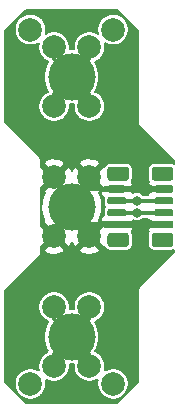
<source format=gbr>
G04 #@! TF.GenerationSoftware,KiCad,Pcbnew,5.1.5-52549c5~84~ubuntu18.04.1*
G04 #@! TF.CreationDate,2020-04-20T00:33:06-07:00*
G04 #@! TF.ProjectId,somos_dielectrode_v2.0,736f6d6f-735f-4646-9965-6c656374726f,rev?*
G04 #@! TF.SameCoordinates,Original*
G04 #@! TF.FileFunction,Copper,L1,Top*
G04 #@! TF.FilePolarity,Positive*
%FSLAX46Y46*%
G04 Gerber Fmt 4.6, Leading zero omitted, Abs format (unit mm)*
G04 Created by KiCad (PCBNEW 5.1.5-52549c5~84~ubuntu18.04.1) date 2020-04-20 00:33:06*
%MOMM*%
%LPD*%
G04 APERTURE LIST*
%ADD10C,2.000000*%
%ADD11C,4.000000*%
%ADD12C,0.100000*%
%ADD13C,0.800000*%
%ADD14C,0.350000*%
%ADD15C,0.153000*%
G04 APERTURE END LIST*
D10*
X153500000Y-115000000D03*
X146500000Y-115000000D03*
X153500000Y-85000000D03*
X146500000Y-85000000D03*
D11*
X150000000Y-111000000D03*
D10*
X148500000Y-113500000D03*
X148500000Y-108500000D03*
X151500000Y-108500000D03*
X151500000Y-113500000D03*
D11*
X150000000Y-100000000D03*
D10*
X151500000Y-97500000D03*
X151500000Y-102500000D03*
X148500000Y-102500000D03*
X148500000Y-97500000D03*
X151500000Y-91500000D03*
X151500000Y-86500000D03*
X148500000Y-86500000D03*
X148500000Y-91500000D03*
D11*
X150000000Y-89000000D03*
G04 #@! TA.AperFunction,SMDPad,CuDef*
D12*
G36*
X154439703Y-101200722D02*
G01*
X154454264Y-101202882D01*
X154468543Y-101206459D01*
X154482403Y-101211418D01*
X154495710Y-101217712D01*
X154508336Y-101225280D01*
X154520159Y-101234048D01*
X154531066Y-101243934D01*
X154540952Y-101254841D01*
X154549720Y-101266664D01*
X154557288Y-101279290D01*
X154563582Y-101292597D01*
X154568541Y-101306457D01*
X154572118Y-101320736D01*
X154574278Y-101335297D01*
X154575000Y-101350000D01*
X154575000Y-101650000D01*
X154574278Y-101664703D01*
X154572118Y-101679264D01*
X154568541Y-101693543D01*
X154563582Y-101707403D01*
X154557288Y-101720710D01*
X154549720Y-101733336D01*
X154540952Y-101745159D01*
X154531066Y-101756066D01*
X154520159Y-101765952D01*
X154508336Y-101774720D01*
X154495710Y-101782288D01*
X154482403Y-101788582D01*
X154468543Y-101793541D01*
X154454264Y-101797118D01*
X154439703Y-101799278D01*
X154425000Y-101800000D01*
X153175000Y-101800000D01*
X153160297Y-101799278D01*
X153145736Y-101797118D01*
X153131457Y-101793541D01*
X153117597Y-101788582D01*
X153104290Y-101782288D01*
X153091664Y-101774720D01*
X153079841Y-101765952D01*
X153068934Y-101756066D01*
X153059048Y-101745159D01*
X153050280Y-101733336D01*
X153042712Y-101720710D01*
X153036418Y-101707403D01*
X153031459Y-101693543D01*
X153027882Y-101679264D01*
X153025722Y-101664703D01*
X153025000Y-101650000D01*
X153025000Y-101350000D01*
X153025722Y-101335297D01*
X153027882Y-101320736D01*
X153031459Y-101306457D01*
X153036418Y-101292597D01*
X153042712Y-101279290D01*
X153050280Y-101266664D01*
X153059048Y-101254841D01*
X153068934Y-101243934D01*
X153079841Y-101234048D01*
X153091664Y-101225280D01*
X153104290Y-101217712D01*
X153117597Y-101211418D01*
X153131457Y-101206459D01*
X153145736Y-101202882D01*
X153160297Y-101200722D01*
X153175000Y-101200000D01*
X154425000Y-101200000D01*
X154439703Y-101200722D01*
G37*
G04 #@! TD.AperFunction*
G04 #@! TA.AperFunction,SMDPad,CuDef*
G36*
X154439703Y-100200722D02*
G01*
X154454264Y-100202882D01*
X154468543Y-100206459D01*
X154482403Y-100211418D01*
X154495710Y-100217712D01*
X154508336Y-100225280D01*
X154520159Y-100234048D01*
X154531066Y-100243934D01*
X154540952Y-100254841D01*
X154549720Y-100266664D01*
X154557288Y-100279290D01*
X154563582Y-100292597D01*
X154568541Y-100306457D01*
X154572118Y-100320736D01*
X154574278Y-100335297D01*
X154575000Y-100350000D01*
X154575000Y-100650000D01*
X154574278Y-100664703D01*
X154572118Y-100679264D01*
X154568541Y-100693543D01*
X154563582Y-100707403D01*
X154557288Y-100720710D01*
X154549720Y-100733336D01*
X154540952Y-100745159D01*
X154531066Y-100756066D01*
X154520159Y-100765952D01*
X154508336Y-100774720D01*
X154495710Y-100782288D01*
X154482403Y-100788582D01*
X154468543Y-100793541D01*
X154454264Y-100797118D01*
X154439703Y-100799278D01*
X154425000Y-100800000D01*
X153175000Y-100800000D01*
X153160297Y-100799278D01*
X153145736Y-100797118D01*
X153131457Y-100793541D01*
X153117597Y-100788582D01*
X153104290Y-100782288D01*
X153091664Y-100774720D01*
X153079841Y-100765952D01*
X153068934Y-100756066D01*
X153059048Y-100745159D01*
X153050280Y-100733336D01*
X153042712Y-100720710D01*
X153036418Y-100707403D01*
X153031459Y-100693543D01*
X153027882Y-100679264D01*
X153025722Y-100664703D01*
X153025000Y-100650000D01*
X153025000Y-100350000D01*
X153025722Y-100335297D01*
X153027882Y-100320736D01*
X153031459Y-100306457D01*
X153036418Y-100292597D01*
X153042712Y-100279290D01*
X153050280Y-100266664D01*
X153059048Y-100254841D01*
X153068934Y-100243934D01*
X153079841Y-100234048D01*
X153091664Y-100225280D01*
X153104290Y-100217712D01*
X153117597Y-100211418D01*
X153131457Y-100206459D01*
X153145736Y-100202882D01*
X153160297Y-100200722D01*
X153175000Y-100200000D01*
X154425000Y-100200000D01*
X154439703Y-100200722D01*
G37*
G04 #@! TD.AperFunction*
G04 #@! TA.AperFunction,SMDPad,CuDef*
G36*
X154439703Y-99200722D02*
G01*
X154454264Y-99202882D01*
X154468543Y-99206459D01*
X154482403Y-99211418D01*
X154495710Y-99217712D01*
X154508336Y-99225280D01*
X154520159Y-99234048D01*
X154531066Y-99243934D01*
X154540952Y-99254841D01*
X154549720Y-99266664D01*
X154557288Y-99279290D01*
X154563582Y-99292597D01*
X154568541Y-99306457D01*
X154572118Y-99320736D01*
X154574278Y-99335297D01*
X154575000Y-99350000D01*
X154575000Y-99650000D01*
X154574278Y-99664703D01*
X154572118Y-99679264D01*
X154568541Y-99693543D01*
X154563582Y-99707403D01*
X154557288Y-99720710D01*
X154549720Y-99733336D01*
X154540952Y-99745159D01*
X154531066Y-99756066D01*
X154520159Y-99765952D01*
X154508336Y-99774720D01*
X154495710Y-99782288D01*
X154482403Y-99788582D01*
X154468543Y-99793541D01*
X154454264Y-99797118D01*
X154439703Y-99799278D01*
X154425000Y-99800000D01*
X153175000Y-99800000D01*
X153160297Y-99799278D01*
X153145736Y-99797118D01*
X153131457Y-99793541D01*
X153117597Y-99788582D01*
X153104290Y-99782288D01*
X153091664Y-99774720D01*
X153079841Y-99765952D01*
X153068934Y-99756066D01*
X153059048Y-99745159D01*
X153050280Y-99733336D01*
X153042712Y-99720710D01*
X153036418Y-99707403D01*
X153031459Y-99693543D01*
X153027882Y-99679264D01*
X153025722Y-99664703D01*
X153025000Y-99650000D01*
X153025000Y-99350000D01*
X153025722Y-99335297D01*
X153027882Y-99320736D01*
X153031459Y-99306457D01*
X153036418Y-99292597D01*
X153042712Y-99279290D01*
X153050280Y-99266664D01*
X153059048Y-99254841D01*
X153068934Y-99243934D01*
X153079841Y-99234048D01*
X153091664Y-99225280D01*
X153104290Y-99217712D01*
X153117597Y-99211418D01*
X153131457Y-99206459D01*
X153145736Y-99202882D01*
X153160297Y-99200722D01*
X153175000Y-99200000D01*
X154425000Y-99200000D01*
X154439703Y-99200722D01*
G37*
G04 #@! TD.AperFunction*
G04 #@! TA.AperFunction,SMDPad,CuDef*
G36*
X154439703Y-98200722D02*
G01*
X154454264Y-98202882D01*
X154468543Y-98206459D01*
X154482403Y-98211418D01*
X154495710Y-98217712D01*
X154508336Y-98225280D01*
X154520159Y-98234048D01*
X154531066Y-98243934D01*
X154540952Y-98254841D01*
X154549720Y-98266664D01*
X154557288Y-98279290D01*
X154563582Y-98292597D01*
X154568541Y-98306457D01*
X154572118Y-98320736D01*
X154574278Y-98335297D01*
X154575000Y-98350000D01*
X154575000Y-98650000D01*
X154574278Y-98664703D01*
X154572118Y-98679264D01*
X154568541Y-98693543D01*
X154563582Y-98707403D01*
X154557288Y-98720710D01*
X154549720Y-98733336D01*
X154540952Y-98745159D01*
X154531066Y-98756066D01*
X154520159Y-98765952D01*
X154508336Y-98774720D01*
X154495710Y-98782288D01*
X154482403Y-98788582D01*
X154468543Y-98793541D01*
X154454264Y-98797118D01*
X154439703Y-98799278D01*
X154425000Y-98800000D01*
X153175000Y-98800000D01*
X153160297Y-98799278D01*
X153145736Y-98797118D01*
X153131457Y-98793541D01*
X153117597Y-98788582D01*
X153104290Y-98782288D01*
X153091664Y-98774720D01*
X153079841Y-98765952D01*
X153068934Y-98756066D01*
X153059048Y-98745159D01*
X153050280Y-98733336D01*
X153042712Y-98720710D01*
X153036418Y-98707403D01*
X153031459Y-98693543D01*
X153027882Y-98679264D01*
X153025722Y-98664703D01*
X153025000Y-98650000D01*
X153025000Y-98350000D01*
X153025722Y-98335297D01*
X153027882Y-98320736D01*
X153031459Y-98306457D01*
X153036418Y-98292597D01*
X153042712Y-98279290D01*
X153050280Y-98266664D01*
X153059048Y-98254841D01*
X153068934Y-98243934D01*
X153079841Y-98234048D01*
X153091664Y-98225280D01*
X153104290Y-98217712D01*
X153117597Y-98211418D01*
X153131457Y-98206459D01*
X153145736Y-98202882D01*
X153160297Y-98200722D01*
X153175000Y-98200000D01*
X154425000Y-98200000D01*
X154439703Y-98200722D01*
G37*
G04 #@! TD.AperFunction*
G04 #@! TA.AperFunction,SMDPad,CuDef*
G36*
X158349865Y-102201202D02*
G01*
X158374095Y-102204796D01*
X158397855Y-102210748D01*
X158420918Y-102219000D01*
X158443061Y-102229472D01*
X158464070Y-102242065D01*
X158483745Y-102256657D01*
X158501894Y-102273106D01*
X158518343Y-102291255D01*
X158532935Y-102310930D01*
X158545528Y-102331939D01*
X158556000Y-102354082D01*
X158564252Y-102377145D01*
X158570204Y-102400905D01*
X158573798Y-102425135D01*
X158575000Y-102449600D01*
X158575000Y-103150400D01*
X158573798Y-103174865D01*
X158570204Y-103199095D01*
X158564252Y-103222855D01*
X158556000Y-103245918D01*
X158545528Y-103268061D01*
X158532935Y-103289070D01*
X158518343Y-103308745D01*
X158501894Y-103326894D01*
X158483745Y-103343343D01*
X158464070Y-103357935D01*
X158443061Y-103370528D01*
X158420918Y-103381000D01*
X158397855Y-103389252D01*
X158374095Y-103395204D01*
X158349865Y-103398798D01*
X158325400Y-103400000D01*
X157024600Y-103400000D01*
X157000135Y-103398798D01*
X156975905Y-103395204D01*
X156952145Y-103389252D01*
X156929082Y-103381000D01*
X156906939Y-103370528D01*
X156885930Y-103357935D01*
X156866255Y-103343343D01*
X156848106Y-103326894D01*
X156831657Y-103308745D01*
X156817065Y-103289070D01*
X156804472Y-103268061D01*
X156794000Y-103245918D01*
X156785748Y-103222855D01*
X156779796Y-103199095D01*
X156776202Y-103174865D01*
X156775000Y-103150400D01*
X156775000Y-102449600D01*
X156776202Y-102425135D01*
X156779796Y-102400905D01*
X156785748Y-102377145D01*
X156794000Y-102354082D01*
X156804472Y-102331939D01*
X156817065Y-102310930D01*
X156831657Y-102291255D01*
X156848106Y-102273106D01*
X156866255Y-102256657D01*
X156885930Y-102242065D01*
X156906939Y-102229472D01*
X156929082Y-102219000D01*
X156952145Y-102210748D01*
X156975905Y-102204796D01*
X157000135Y-102201202D01*
X157024600Y-102200000D01*
X158325400Y-102200000D01*
X158349865Y-102201202D01*
G37*
G04 #@! TD.AperFunction*
G04 #@! TA.AperFunction,SMDPad,CuDef*
G36*
X158349505Y-96601204D02*
G01*
X158373773Y-96604804D01*
X158397572Y-96610765D01*
X158420671Y-96619030D01*
X158442850Y-96629520D01*
X158463893Y-96642132D01*
X158483599Y-96656747D01*
X158501777Y-96673223D01*
X158518253Y-96691401D01*
X158532868Y-96711107D01*
X158545480Y-96732150D01*
X158555970Y-96754329D01*
X158564235Y-96777428D01*
X158570196Y-96801227D01*
X158573796Y-96825495D01*
X158575000Y-96849999D01*
X158575000Y-97550001D01*
X158573796Y-97574505D01*
X158570196Y-97598773D01*
X158564235Y-97622572D01*
X158555970Y-97645671D01*
X158545480Y-97667850D01*
X158532868Y-97688893D01*
X158518253Y-97708599D01*
X158501777Y-97726777D01*
X158483599Y-97743253D01*
X158463893Y-97757868D01*
X158442850Y-97770480D01*
X158420671Y-97780970D01*
X158397572Y-97789235D01*
X158373773Y-97795196D01*
X158349505Y-97798796D01*
X158325001Y-97800000D01*
X157024999Y-97800000D01*
X157000495Y-97798796D01*
X156976227Y-97795196D01*
X156952428Y-97789235D01*
X156929329Y-97780970D01*
X156907150Y-97770480D01*
X156886107Y-97757868D01*
X156866401Y-97743253D01*
X156848223Y-97726777D01*
X156831747Y-97708599D01*
X156817132Y-97688893D01*
X156804520Y-97667850D01*
X156794030Y-97645671D01*
X156785765Y-97622572D01*
X156779804Y-97598773D01*
X156776204Y-97574505D01*
X156775000Y-97550001D01*
X156775000Y-96849999D01*
X156776204Y-96825495D01*
X156779804Y-96801227D01*
X156785765Y-96777428D01*
X156794030Y-96754329D01*
X156804520Y-96732150D01*
X156817132Y-96711107D01*
X156831747Y-96691401D01*
X156848223Y-96673223D01*
X156866401Y-96656747D01*
X156886107Y-96642132D01*
X156907150Y-96629520D01*
X156929329Y-96619030D01*
X156952428Y-96610765D01*
X156976227Y-96604804D01*
X157000495Y-96601204D01*
X157024999Y-96600000D01*
X158325001Y-96600000D01*
X158349505Y-96601204D01*
G37*
G04 #@! TD.AperFunction*
G04 #@! TA.AperFunction,SMDPad,CuDef*
G36*
X154599865Y-102201202D02*
G01*
X154624095Y-102204796D01*
X154647855Y-102210748D01*
X154670918Y-102219000D01*
X154693061Y-102229472D01*
X154714070Y-102242065D01*
X154733745Y-102256657D01*
X154751894Y-102273106D01*
X154768343Y-102291255D01*
X154782935Y-102310930D01*
X154795528Y-102331939D01*
X154806000Y-102354082D01*
X154814252Y-102377145D01*
X154820204Y-102400905D01*
X154823798Y-102425135D01*
X154825000Y-102449600D01*
X154825000Y-103150400D01*
X154823798Y-103174865D01*
X154820204Y-103199095D01*
X154814252Y-103222855D01*
X154806000Y-103245918D01*
X154795528Y-103268061D01*
X154782935Y-103289070D01*
X154768343Y-103308745D01*
X154751894Y-103326894D01*
X154733745Y-103343343D01*
X154714070Y-103357935D01*
X154693061Y-103370528D01*
X154670918Y-103381000D01*
X154647855Y-103389252D01*
X154624095Y-103395204D01*
X154599865Y-103398798D01*
X154575400Y-103400000D01*
X153274600Y-103400000D01*
X153250135Y-103398798D01*
X153225905Y-103395204D01*
X153202145Y-103389252D01*
X153179082Y-103381000D01*
X153156939Y-103370528D01*
X153135930Y-103357935D01*
X153116255Y-103343343D01*
X153098106Y-103326894D01*
X153081657Y-103308745D01*
X153067065Y-103289070D01*
X153054472Y-103268061D01*
X153044000Y-103245918D01*
X153035748Y-103222855D01*
X153029796Y-103199095D01*
X153026202Y-103174865D01*
X153025000Y-103150400D01*
X153025000Y-102449600D01*
X153026202Y-102425135D01*
X153029796Y-102400905D01*
X153035748Y-102377145D01*
X153044000Y-102354082D01*
X153054472Y-102331939D01*
X153067065Y-102310930D01*
X153081657Y-102291255D01*
X153098106Y-102273106D01*
X153116255Y-102256657D01*
X153135930Y-102242065D01*
X153156939Y-102229472D01*
X153179082Y-102219000D01*
X153202145Y-102210748D01*
X153225905Y-102204796D01*
X153250135Y-102201202D01*
X153274600Y-102200000D01*
X154575400Y-102200000D01*
X154599865Y-102201202D01*
G37*
G04 #@! TD.AperFunction*
G04 #@! TA.AperFunction,SMDPad,CuDef*
G36*
X154599865Y-96601202D02*
G01*
X154624095Y-96604796D01*
X154647855Y-96610748D01*
X154670918Y-96619000D01*
X154693061Y-96629472D01*
X154714070Y-96642065D01*
X154733745Y-96656657D01*
X154751894Y-96673106D01*
X154768343Y-96691255D01*
X154782935Y-96710930D01*
X154795528Y-96731939D01*
X154806000Y-96754082D01*
X154814252Y-96777145D01*
X154820204Y-96800905D01*
X154823798Y-96825135D01*
X154825000Y-96849600D01*
X154825000Y-97550400D01*
X154823798Y-97574865D01*
X154820204Y-97599095D01*
X154814252Y-97622855D01*
X154806000Y-97645918D01*
X154795528Y-97668061D01*
X154782935Y-97689070D01*
X154768343Y-97708745D01*
X154751894Y-97726894D01*
X154733745Y-97743343D01*
X154714070Y-97757935D01*
X154693061Y-97770528D01*
X154670918Y-97781000D01*
X154647855Y-97789252D01*
X154624095Y-97795204D01*
X154599865Y-97798798D01*
X154575400Y-97800000D01*
X153274600Y-97800000D01*
X153250135Y-97798798D01*
X153225905Y-97795204D01*
X153202145Y-97789252D01*
X153179082Y-97781000D01*
X153156939Y-97770528D01*
X153135930Y-97757935D01*
X153116255Y-97743343D01*
X153098106Y-97726894D01*
X153081657Y-97708745D01*
X153067065Y-97689070D01*
X153054472Y-97668061D01*
X153044000Y-97645918D01*
X153035748Y-97622855D01*
X153029796Y-97599095D01*
X153026202Y-97574865D01*
X153025000Y-97550400D01*
X153025000Y-96849600D01*
X153026202Y-96825135D01*
X153029796Y-96800905D01*
X153035748Y-96777145D01*
X153044000Y-96754082D01*
X153054472Y-96731939D01*
X153067065Y-96710930D01*
X153081657Y-96691255D01*
X153098106Y-96673106D01*
X153116255Y-96656657D01*
X153135930Y-96642065D01*
X153156939Y-96629472D01*
X153179082Y-96619000D01*
X153202145Y-96610748D01*
X153225905Y-96604796D01*
X153250135Y-96601202D01*
X153274600Y-96600000D01*
X154575400Y-96600000D01*
X154599865Y-96601202D01*
G37*
G04 #@! TD.AperFunction*
G04 #@! TA.AperFunction,SMDPad,CuDef*
G36*
X158439703Y-101200722D02*
G01*
X158454264Y-101202882D01*
X158468543Y-101206459D01*
X158482403Y-101211418D01*
X158495710Y-101217712D01*
X158508336Y-101225280D01*
X158520159Y-101234048D01*
X158531066Y-101243934D01*
X158540952Y-101254841D01*
X158549720Y-101266664D01*
X158557288Y-101279290D01*
X158563582Y-101292597D01*
X158568541Y-101306457D01*
X158572118Y-101320736D01*
X158574278Y-101335297D01*
X158575000Y-101350000D01*
X158575000Y-101650000D01*
X158574278Y-101664703D01*
X158572118Y-101679264D01*
X158568541Y-101693543D01*
X158563582Y-101707403D01*
X158557288Y-101720710D01*
X158549720Y-101733336D01*
X158540952Y-101745159D01*
X158531066Y-101756066D01*
X158520159Y-101765952D01*
X158508336Y-101774720D01*
X158495710Y-101782288D01*
X158482403Y-101788582D01*
X158468543Y-101793541D01*
X158454264Y-101797118D01*
X158439703Y-101799278D01*
X158425000Y-101800000D01*
X157175000Y-101800000D01*
X157160297Y-101799278D01*
X157145736Y-101797118D01*
X157131457Y-101793541D01*
X157117597Y-101788582D01*
X157104290Y-101782288D01*
X157091664Y-101774720D01*
X157079841Y-101765952D01*
X157068934Y-101756066D01*
X157059048Y-101745159D01*
X157050280Y-101733336D01*
X157042712Y-101720710D01*
X157036418Y-101707403D01*
X157031459Y-101693543D01*
X157027882Y-101679264D01*
X157025722Y-101664703D01*
X157025000Y-101650000D01*
X157025000Y-101350000D01*
X157025722Y-101335297D01*
X157027882Y-101320736D01*
X157031459Y-101306457D01*
X157036418Y-101292597D01*
X157042712Y-101279290D01*
X157050280Y-101266664D01*
X157059048Y-101254841D01*
X157068934Y-101243934D01*
X157079841Y-101234048D01*
X157091664Y-101225280D01*
X157104290Y-101217712D01*
X157117597Y-101211418D01*
X157131457Y-101206459D01*
X157145736Y-101202882D01*
X157160297Y-101200722D01*
X157175000Y-101200000D01*
X158425000Y-101200000D01*
X158439703Y-101200722D01*
G37*
G04 #@! TD.AperFunction*
G04 #@! TA.AperFunction,SMDPad,CuDef*
G36*
X158439703Y-100200722D02*
G01*
X158454264Y-100202882D01*
X158468543Y-100206459D01*
X158482403Y-100211418D01*
X158495710Y-100217712D01*
X158508336Y-100225280D01*
X158520159Y-100234048D01*
X158531066Y-100243934D01*
X158540952Y-100254841D01*
X158549720Y-100266664D01*
X158557288Y-100279290D01*
X158563582Y-100292597D01*
X158568541Y-100306457D01*
X158572118Y-100320736D01*
X158574278Y-100335297D01*
X158575000Y-100350000D01*
X158575000Y-100650000D01*
X158574278Y-100664703D01*
X158572118Y-100679264D01*
X158568541Y-100693543D01*
X158563582Y-100707403D01*
X158557288Y-100720710D01*
X158549720Y-100733336D01*
X158540952Y-100745159D01*
X158531066Y-100756066D01*
X158520159Y-100765952D01*
X158508336Y-100774720D01*
X158495710Y-100782288D01*
X158482403Y-100788582D01*
X158468543Y-100793541D01*
X158454264Y-100797118D01*
X158439703Y-100799278D01*
X158425000Y-100800000D01*
X157175000Y-100800000D01*
X157160297Y-100799278D01*
X157145736Y-100797118D01*
X157131457Y-100793541D01*
X157117597Y-100788582D01*
X157104290Y-100782288D01*
X157091664Y-100774720D01*
X157079841Y-100765952D01*
X157068934Y-100756066D01*
X157059048Y-100745159D01*
X157050280Y-100733336D01*
X157042712Y-100720710D01*
X157036418Y-100707403D01*
X157031459Y-100693543D01*
X157027882Y-100679264D01*
X157025722Y-100664703D01*
X157025000Y-100650000D01*
X157025000Y-100350000D01*
X157025722Y-100335297D01*
X157027882Y-100320736D01*
X157031459Y-100306457D01*
X157036418Y-100292597D01*
X157042712Y-100279290D01*
X157050280Y-100266664D01*
X157059048Y-100254841D01*
X157068934Y-100243934D01*
X157079841Y-100234048D01*
X157091664Y-100225280D01*
X157104290Y-100217712D01*
X157117597Y-100211418D01*
X157131457Y-100206459D01*
X157145736Y-100202882D01*
X157160297Y-100200722D01*
X157175000Y-100200000D01*
X158425000Y-100200000D01*
X158439703Y-100200722D01*
G37*
G04 #@! TD.AperFunction*
G04 #@! TA.AperFunction,SMDPad,CuDef*
G36*
X158439703Y-99200722D02*
G01*
X158454264Y-99202882D01*
X158468543Y-99206459D01*
X158482403Y-99211418D01*
X158495710Y-99217712D01*
X158508336Y-99225280D01*
X158520159Y-99234048D01*
X158531066Y-99243934D01*
X158540952Y-99254841D01*
X158549720Y-99266664D01*
X158557288Y-99279290D01*
X158563582Y-99292597D01*
X158568541Y-99306457D01*
X158572118Y-99320736D01*
X158574278Y-99335297D01*
X158575000Y-99350000D01*
X158575000Y-99650000D01*
X158574278Y-99664703D01*
X158572118Y-99679264D01*
X158568541Y-99693543D01*
X158563582Y-99707403D01*
X158557288Y-99720710D01*
X158549720Y-99733336D01*
X158540952Y-99745159D01*
X158531066Y-99756066D01*
X158520159Y-99765952D01*
X158508336Y-99774720D01*
X158495710Y-99782288D01*
X158482403Y-99788582D01*
X158468543Y-99793541D01*
X158454264Y-99797118D01*
X158439703Y-99799278D01*
X158425000Y-99800000D01*
X157175000Y-99800000D01*
X157160297Y-99799278D01*
X157145736Y-99797118D01*
X157131457Y-99793541D01*
X157117597Y-99788582D01*
X157104290Y-99782288D01*
X157091664Y-99774720D01*
X157079841Y-99765952D01*
X157068934Y-99756066D01*
X157059048Y-99745159D01*
X157050280Y-99733336D01*
X157042712Y-99720710D01*
X157036418Y-99707403D01*
X157031459Y-99693543D01*
X157027882Y-99679264D01*
X157025722Y-99664703D01*
X157025000Y-99650000D01*
X157025000Y-99350000D01*
X157025722Y-99335297D01*
X157027882Y-99320736D01*
X157031459Y-99306457D01*
X157036418Y-99292597D01*
X157042712Y-99279290D01*
X157050280Y-99266664D01*
X157059048Y-99254841D01*
X157068934Y-99243934D01*
X157079841Y-99234048D01*
X157091664Y-99225280D01*
X157104290Y-99217712D01*
X157117597Y-99211418D01*
X157131457Y-99206459D01*
X157145736Y-99202882D01*
X157160297Y-99200722D01*
X157175000Y-99200000D01*
X158425000Y-99200000D01*
X158439703Y-99200722D01*
G37*
G04 #@! TD.AperFunction*
G04 #@! TA.AperFunction,SMDPad,CuDef*
G36*
X158439703Y-98200722D02*
G01*
X158454264Y-98202882D01*
X158468543Y-98206459D01*
X158482403Y-98211418D01*
X158495710Y-98217712D01*
X158508336Y-98225280D01*
X158520159Y-98234048D01*
X158531066Y-98243934D01*
X158540952Y-98254841D01*
X158549720Y-98266664D01*
X158557288Y-98279290D01*
X158563582Y-98292597D01*
X158568541Y-98306457D01*
X158572118Y-98320736D01*
X158574278Y-98335297D01*
X158575000Y-98350000D01*
X158575000Y-98650000D01*
X158574278Y-98664703D01*
X158572118Y-98679264D01*
X158568541Y-98693543D01*
X158563582Y-98707403D01*
X158557288Y-98720710D01*
X158549720Y-98733336D01*
X158540952Y-98745159D01*
X158531066Y-98756066D01*
X158520159Y-98765952D01*
X158508336Y-98774720D01*
X158495710Y-98782288D01*
X158482403Y-98788582D01*
X158468543Y-98793541D01*
X158454264Y-98797118D01*
X158439703Y-98799278D01*
X158425000Y-98800000D01*
X157175000Y-98800000D01*
X157160297Y-98799278D01*
X157145736Y-98797118D01*
X157131457Y-98793541D01*
X157117597Y-98788582D01*
X157104290Y-98782288D01*
X157091664Y-98774720D01*
X157079841Y-98765952D01*
X157068934Y-98756066D01*
X157059048Y-98745159D01*
X157050280Y-98733336D01*
X157042712Y-98720710D01*
X157036418Y-98707403D01*
X157031459Y-98693543D01*
X157027882Y-98679264D01*
X157025722Y-98664703D01*
X157025000Y-98650000D01*
X157025000Y-98350000D01*
X157025722Y-98335297D01*
X157027882Y-98320736D01*
X157031459Y-98306457D01*
X157036418Y-98292597D01*
X157042712Y-98279290D01*
X157050280Y-98266664D01*
X157059048Y-98254841D01*
X157068934Y-98243934D01*
X157079841Y-98234048D01*
X157091664Y-98225280D01*
X157104290Y-98217712D01*
X157117597Y-98211418D01*
X157131457Y-98206459D01*
X157145736Y-98202882D01*
X157160297Y-98200722D01*
X157175000Y-98200000D01*
X158425000Y-98200000D01*
X158439703Y-98200722D01*
G37*
G04 #@! TD.AperFunction*
D13*
X156500000Y-98500000D03*
X156500000Y-101500000D03*
X155500000Y-100500000D03*
X155500000Y-99500000D03*
D14*
X148500000Y-112500000D02*
X150000000Y-111000000D01*
X148500000Y-108500000D02*
X148500000Y-109500000D01*
X151500000Y-113500000D02*
X151500000Y-112500000D01*
X151500000Y-112500000D02*
X150000000Y-111000000D01*
X148500000Y-109500000D02*
X150000000Y-111000000D01*
X151500000Y-108500000D02*
X151500000Y-109500000D01*
X151500000Y-109500000D02*
X150000000Y-111000000D01*
X148500000Y-113500000D02*
X148500000Y-112500000D01*
X158000000Y-98500000D02*
X157500000Y-98500000D01*
X151500000Y-86500000D02*
X151500000Y-87500000D01*
X148500000Y-86500000D02*
X148500000Y-87500000D01*
X148500000Y-91500000D02*
X148500000Y-90500000D01*
X148500000Y-87500000D02*
X150000000Y-89000000D01*
X151500000Y-91500000D02*
X151500000Y-90500000D01*
X151500000Y-87500000D02*
X150000000Y-89000000D01*
X151500000Y-90500000D02*
X150000000Y-89000000D01*
X148500000Y-90500000D02*
X150000000Y-89000000D01*
X151500000Y-98500000D02*
X150000000Y-100000000D01*
X153800000Y-98500000D02*
X151500000Y-98500000D01*
X151500000Y-101500000D02*
X150000000Y-100000000D01*
X153800000Y-101500000D02*
X151500000Y-101500000D01*
X157800000Y-98500000D02*
X156500000Y-98500000D01*
X153800000Y-100500000D02*
X155500000Y-100500000D01*
X155500000Y-100500000D02*
X157800000Y-100500000D01*
X157800000Y-99500000D02*
X155500000Y-99500000D01*
X153800000Y-99500000D02*
X155500000Y-99500000D01*
D15*
G36*
X155638501Y-85149740D02*
G01*
X155638500Y-92982243D01*
X155636751Y-93000000D01*
X155638500Y-93017756D01*
X155643731Y-93070865D01*
X155664402Y-93139008D01*
X155697969Y-93201809D01*
X155743144Y-93256855D01*
X155756936Y-93268174D01*
X158638501Y-96149739D01*
X158638501Y-96353909D01*
X158550067Y-96306641D01*
X158439739Y-96273173D01*
X158325001Y-96261872D01*
X157024999Y-96261872D01*
X156910261Y-96273173D01*
X156799933Y-96306641D01*
X156698253Y-96360989D01*
X156609130Y-96434130D01*
X156535989Y-96523253D01*
X156481641Y-96624933D01*
X156448173Y-96735261D01*
X156436872Y-96849999D01*
X156436872Y-97550001D01*
X156448173Y-97664739D01*
X156481641Y-97775067D01*
X156535830Y-97876450D01*
X156484900Y-97969248D01*
X156450261Y-98079050D01*
X156440500Y-98176375D01*
X156586625Y-98322500D01*
X157622500Y-98322500D01*
X157622500Y-98302500D01*
X157977500Y-98302500D01*
X157977500Y-98322500D01*
X157997500Y-98322500D01*
X157997500Y-98677500D01*
X157977500Y-98677500D01*
X157977500Y-98697500D01*
X157622500Y-98697500D01*
X157622500Y-98677500D01*
X156586625Y-98677500D01*
X156440500Y-98823625D01*
X156450261Y-98920950D01*
X156471571Y-98988500D01*
X156030069Y-98988500D01*
X155969492Y-98927923D01*
X155848864Y-98847322D01*
X155714829Y-98791803D01*
X155572539Y-98763500D01*
X155427461Y-98763500D01*
X155285171Y-98791803D01*
X155157383Y-98844734D01*
X155159500Y-98823625D01*
X155013375Y-98677500D01*
X153977500Y-98677500D01*
X153977500Y-98697500D01*
X153622500Y-98697500D01*
X153622500Y-98677500D01*
X152586625Y-98677500D01*
X152440500Y-98823625D01*
X152450261Y-98920950D01*
X152484900Y-99030752D01*
X152540296Y-99131687D01*
X152614318Y-99219875D01*
X152693436Y-99283353D01*
X152686872Y-99350000D01*
X152686872Y-99650000D01*
X152696251Y-99745229D01*
X152724029Y-99836798D01*
X152769136Y-99921189D01*
X152829841Y-99995159D01*
X152835740Y-100000000D01*
X152829841Y-100004841D01*
X152769136Y-100078811D01*
X152724029Y-100163202D01*
X152696251Y-100254771D01*
X152686872Y-100350000D01*
X152686872Y-100650000D01*
X152693436Y-100716647D01*
X152614318Y-100780125D01*
X152540296Y-100868313D01*
X152484900Y-100969248D01*
X152450261Y-101079050D01*
X152440500Y-101176375D01*
X152586625Y-101322500D01*
X153622500Y-101322500D01*
X153622500Y-101302500D01*
X153977500Y-101302500D01*
X153977500Y-101322500D01*
X155013375Y-101322500D01*
X155159500Y-101176375D01*
X155157383Y-101155266D01*
X155285171Y-101208197D01*
X155427461Y-101236500D01*
X155572539Y-101236500D01*
X155714829Y-101208197D01*
X155848864Y-101152678D01*
X155969492Y-101072077D01*
X156030069Y-101011500D01*
X156471571Y-101011500D01*
X156450261Y-101079050D01*
X156440500Y-101176375D01*
X156586625Y-101322500D01*
X157622500Y-101322500D01*
X157622500Y-101302500D01*
X157977500Y-101302500D01*
X157977500Y-101322500D01*
X157997500Y-101322500D01*
X157997500Y-101677500D01*
X157977500Y-101677500D01*
X157977500Y-101697500D01*
X157622500Y-101697500D01*
X157622500Y-101677500D01*
X156586625Y-101677500D01*
X156440500Y-101823625D01*
X156450261Y-101920950D01*
X156484900Y-102030752D01*
X156535748Y-102123401D01*
X156481610Y-102224686D01*
X156448165Y-102334940D01*
X156436872Y-102449600D01*
X156436872Y-103150400D01*
X156448165Y-103265060D01*
X156481610Y-103375314D01*
X156535922Y-103476924D01*
X156609014Y-103565986D01*
X156698076Y-103639078D01*
X156799686Y-103693390D01*
X156909940Y-103726835D01*
X157024600Y-103738128D01*
X158325400Y-103738128D01*
X158440060Y-103726835D01*
X158550314Y-103693390D01*
X158638500Y-103646253D01*
X158638500Y-103850262D01*
X155756936Y-106731826D01*
X155743145Y-106743144D01*
X155731827Y-106756935D01*
X155731825Y-106756937D01*
X155697970Y-106798190D01*
X155664403Y-106860991D01*
X155643731Y-106929134D01*
X155636751Y-107000000D01*
X155638501Y-107017767D01*
X155638500Y-114850261D01*
X153850262Y-116638500D01*
X146149739Y-116638500D01*
X144379605Y-114868366D01*
X145163500Y-114868366D01*
X145163500Y-115131634D01*
X145214861Y-115389843D01*
X145315609Y-115633070D01*
X145461872Y-115851969D01*
X145648031Y-116038128D01*
X145866930Y-116184391D01*
X146110157Y-116285139D01*
X146368366Y-116336500D01*
X146631634Y-116336500D01*
X146889843Y-116285139D01*
X147133070Y-116184391D01*
X147351969Y-116038128D01*
X147538128Y-115851969D01*
X147684391Y-115633070D01*
X147785139Y-115389843D01*
X147836500Y-115131634D01*
X147836500Y-114868366D01*
X147789631Y-114632742D01*
X147866930Y-114684391D01*
X148110157Y-114785139D01*
X148368366Y-114836500D01*
X148631634Y-114836500D01*
X148889843Y-114785139D01*
X149133070Y-114684391D01*
X149351969Y-114538128D01*
X149538128Y-114351969D01*
X149684391Y-114133070D01*
X149785139Y-113889843D01*
X149836500Y-113631634D01*
X149836500Y-113368366D01*
X149830161Y-113336500D01*
X150169839Y-113336500D01*
X150163500Y-113368366D01*
X150163500Y-113631634D01*
X150214861Y-113889843D01*
X150315609Y-114133070D01*
X150461872Y-114351969D01*
X150648031Y-114538128D01*
X150866930Y-114684391D01*
X151110157Y-114785139D01*
X151368366Y-114836500D01*
X151631634Y-114836500D01*
X151889843Y-114785139D01*
X152133070Y-114684391D01*
X152210369Y-114632742D01*
X152163500Y-114868366D01*
X152163500Y-115131634D01*
X152214861Y-115389843D01*
X152315609Y-115633070D01*
X152461872Y-115851969D01*
X152648031Y-116038128D01*
X152866930Y-116184391D01*
X153110157Y-116285139D01*
X153368366Y-116336500D01*
X153631634Y-116336500D01*
X153889843Y-116285139D01*
X154133070Y-116184391D01*
X154351969Y-116038128D01*
X154538128Y-115851969D01*
X154684391Y-115633070D01*
X154785139Y-115389843D01*
X154836500Y-115131634D01*
X154836500Y-114868366D01*
X154785139Y-114610157D01*
X154684391Y-114366930D01*
X154538128Y-114148031D01*
X154351969Y-113961872D01*
X154133070Y-113815609D01*
X153889843Y-113714861D01*
X153631634Y-113663500D01*
X153368366Y-113663500D01*
X153110157Y-113714861D01*
X152866930Y-113815609D01*
X152789631Y-113867258D01*
X152836500Y-113631634D01*
X152836500Y-113368366D01*
X152785139Y-113110157D01*
X152684391Y-112866930D01*
X152538128Y-112648031D01*
X152351969Y-112461872D01*
X152133070Y-112315609D01*
X151974821Y-112250060D01*
X152070579Y-112106748D01*
X152246709Y-111681532D01*
X152336500Y-111230125D01*
X152336500Y-110769875D01*
X152246709Y-110318468D01*
X152070579Y-109893252D01*
X151974821Y-109749940D01*
X152133070Y-109684391D01*
X152351969Y-109538128D01*
X152538128Y-109351969D01*
X152684391Y-109133070D01*
X152785139Y-108889843D01*
X152836500Y-108631634D01*
X152836500Y-108368366D01*
X152785139Y-108110157D01*
X152684391Y-107866930D01*
X152538128Y-107648031D01*
X152351969Y-107461872D01*
X152133070Y-107315609D01*
X151889843Y-107214861D01*
X151631634Y-107163500D01*
X151368366Y-107163500D01*
X151110157Y-107214861D01*
X150866930Y-107315609D01*
X150648031Y-107461872D01*
X150461872Y-107648031D01*
X150315609Y-107866930D01*
X150214861Y-108110157D01*
X150163500Y-108368366D01*
X150163500Y-108631634D01*
X150169839Y-108663500D01*
X149830161Y-108663500D01*
X149836500Y-108631634D01*
X149836500Y-108368366D01*
X149785139Y-108110157D01*
X149684391Y-107866930D01*
X149538128Y-107648031D01*
X149351969Y-107461872D01*
X149133070Y-107315609D01*
X148889843Y-107214861D01*
X148631634Y-107163500D01*
X148368366Y-107163500D01*
X148110157Y-107214861D01*
X147866930Y-107315609D01*
X147648031Y-107461872D01*
X147461872Y-107648031D01*
X147315609Y-107866930D01*
X147214861Y-108110157D01*
X147163500Y-108368366D01*
X147163500Y-108631634D01*
X147214861Y-108889843D01*
X147315609Y-109133070D01*
X147461872Y-109351969D01*
X147648031Y-109538128D01*
X147866930Y-109684391D01*
X148025179Y-109749940D01*
X147929421Y-109893252D01*
X147753291Y-110318468D01*
X147663500Y-110769875D01*
X147663500Y-111230125D01*
X147753291Y-111681532D01*
X147929421Y-112106748D01*
X148025179Y-112250060D01*
X147866930Y-112315609D01*
X147648031Y-112461872D01*
X147461872Y-112648031D01*
X147315609Y-112866930D01*
X147214861Y-113110157D01*
X147163500Y-113368366D01*
X147163500Y-113631634D01*
X147210369Y-113867258D01*
X147133070Y-113815609D01*
X146889843Y-113714861D01*
X146631634Y-113663500D01*
X146368366Y-113663500D01*
X146110157Y-113714861D01*
X145866930Y-113815609D01*
X145648031Y-113961872D01*
X145461872Y-114148031D01*
X145315609Y-114366930D01*
X145214861Y-114610157D01*
X145163500Y-114868366D01*
X144379605Y-114868366D01*
X144361500Y-114850262D01*
X144361500Y-107149738D01*
X147243060Y-104268178D01*
X147256856Y-104256856D01*
X147302031Y-104201810D01*
X147317656Y-104172577D01*
X147335598Y-104139010D01*
X147356269Y-104070867D01*
X147363249Y-104000000D01*
X147361500Y-103982243D01*
X147361500Y-103640285D01*
X147610738Y-103640285D01*
X147713582Y-103884393D01*
X147998774Y-104011214D01*
X148303228Y-104079962D01*
X148615245Y-104087991D01*
X148922832Y-104034995D01*
X149214170Y-103923011D01*
X149286418Y-103884393D01*
X149389262Y-103640285D01*
X150610738Y-103640285D01*
X150713582Y-103884393D01*
X150998774Y-104011214D01*
X151303228Y-104079962D01*
X151615245Y-104087991D01*
X151922832Y-104034995D01*
X152214170Y-103923011D01*
X152286418Y-103884393D01*
X152389262Y-103640285D01*
X151500000Y-102751023D01*
X150610738Y-103640285D01*
X149389262Y-103640285D01*
X148500000Y-102751023D01*
X147610738Y-103640285D01*
X147361500Y-103640285D01*
X147361500Y-103387477D01*
X148248977Y-102500000D01*
X147361500Y-101612523D01*
X147361500Y-100075644D01*
X147404097Y-100075644D01*
X147468734Y-100580626D01*
X147630646Y-101063295D01*
X147689350Y-101173123D01*
X147610738Y-101359715D01*
X148500000Y-102248977D01*
X148514142Y-102234835D01*
X148765165Y-102485858D01*
X148751023Y-102500000D01*
X149640285Y-103389262D01*
X149884393Y-103286418D01*
X150002591Y-103020617D01*
X150076989Y-103214170D01*
X150115607Y-103286418D01*
X150359715Y-103389262D01*
X151248977Y-102500000D01*
X151751023Y-102500000D01*
X152640285Y-103389262D01*
X152725013Y-103353566D01*
X152731610Y-103375314D01*
X152785922Y-103476924D01*
X152859014Y-103565986D01*
X152948076Y-103639078D01*
X153049686Y-103693390D01*
X153159940Y-103726835D01*
X153274600Y-103738128D01*
X154575400Y-103738128D01*
X154690060Y-103726835D01*
X154800314Y-103693390D01*
X154901924Y-103639078D01*
X154990986Y-103565986D01*
X155064078Y-103476924D01*
X155118390Y-103375314D01*
X155151835Y-103265060D01*
X155163128Y-103150400D01*
X155163128Y-102449600D01*
X155151835Y-102334940D01*
X155118390Y-102224686D01*
X155064252Y-102123401D01*
X155115100Y-102030752D01*
X155149739Y-101920950D01*
X155159500Y-101823625D01*
X155013375Y-101677500D01*
X153977500Y-101677500D01*
X153977500Y-101697500D01*
X153622500Y-101697500D01*
X153622500Y-101677500D01*
X152798750Y-101677500D01*
X152640285Y-101610738D01*
X151751023Y-102500000D01*
X151248977Y-102500000D01*
X151234835Y-102485858D01*
X151485858Y-102234835D01*
X151500000Y-102248977D01*
X152389262Y-101359715D01*
X152307162Y-101164845D01*
X152427249Y-100923523D01*
X152560781Y-100432245D01*
X152595903Y-99924356D01*
X152531266Y-99419374D01*
X152369354Y-98936705D01*
X152310650Y-98826877D01*
X152389262Y-98640285D01*
X151500000Y-97751023D01*
X151485858Y-97765165D01*
X151234835Y-97514142D01*
X151248977Y-97500000D01*
X151751023Y-97500000D01*
X152640285Y-98389262D01*
X152798750Y-98322500D01*
X153622500Y-98322500D01*
X153622500Y-98302500D01*
X153977500Y-98302500D01*
X153977500Y-98322500D01*
X155013375Y-98322500D01*
X155159500Y-98176375D01*
X155149739Y-98079050D01*
X155115100Y-97969248D01*
X155064252Y-97876599D01*
X155118390Y-97775314D01*
X155151835Y-97665060D01*
X155163128Y-97550400D01*
X155163128Y-96849600D01*
X155151835Y-96734940D01*
X155118390Y-96624686D01*
X155064078Y-96523076D01*
X154990986Y-96434014D01*
X154901924Y-96360922D01*
X154800314Y-96306610D01*
X154690060Y-96273165D01*
X154575400Y-96261872D01*
X153274600Y-96261872D01*
X153159940Y-96273165D01*
X153049686Y-96306610D01*
X152948076Y-96360922D01*
X152859014Y-96434014D01*
X152785922Y-96523076D01*
X152731610Y-96624686D01*
X152725013Y-96646434D01*
X152640285Y-96610738D01*
X151751023Y-97500000D01*
X151248977Y-97500000D01*
X150359715Y-96610738D01*
X150115607Y-96713582D01*
X149997409Y-96979383D01*
X149923011Y-96785830D01*
X149884393Y-96713582D01*
X149640285Y-96610738D01*
X148751023Y-97500000D01*
X148765165Y-97514142D01*
X148514142Y-97765165D01*
X148500000Y-97751023D01*
X147610738Y-98640285D01*
X147692838Y-98835155D01*
X147572751Y-99076477D01*
X147439219Y-99567755D01*
X147404097Y-100075644D01*
X147361500Y-100075644D01*
X147361500Y-98387477D01*
X148248977Y-97500000D01*
X147361500Y-96612523D01*
X147361500Y-96359715D01*
X147610738Y-96359715D01*
X148500000Y-97248977D01*
X149389262Y-96359715D01*
X150610738Y-96359715D01*
X151500000Y-97248977D01*
X152389262Y-96359715D01*
X152286418Y-96115607D01*
X152001226Y-95988786D01*
X151696772Y-95920038D01*
X151384755Y-95912009D01*
X151077168Y-95965005D01*
X150785830Y-96076989D01*
X150713582Y-96115607D01*
X150610738Y-96359715D01*
X149389262Y-96359715D01*
X149286418Y-96115607D01*
X149001226Y-95988786D01*
X148696772Y-95920038D01*
X148384755Y-95912009D01*
X148077168Y-95965005D01*
X147785830Y-96076989D01*
X147713582Y-96115607D01*
X147610738Y-96359715D01*
X147361500Y-96359715D01*
X147361500Y-96017757D01*
X147363249Y-96000000D01*
X147356269Y-95929133D01*
X147335598Y-95860990D01*
X147317656Y-95827423D01*
X147302031Y-95798190D01*
X147256855Y-95743144D01*
X147243064Y-95731826D01*
X144361500Y-92850262D01*
X144361500Y-85149738D01*
X144642872Y-84868366D01*
X145163500Y-84868366D01*
X145163500Y-85131634D01*
X145214861Y-85389843D01*
X145315609Y-85633070D01*
X145461872Y-85851969D01*
X145648031Y-86038128D01*
X145866930Y-86184391D01*
X146110157Y-86285139D01*
X146368366Y-86336500D01*
X146631634Y-86336500D01*
X146889843Y-86285139D01*
X147133070Y-86184391D01*
X147210369Y-86132742D01*
X147163500Y-86368366D01*
X147163500Y-86631634D01*
X147214861Y-86889843D01*
X147315609Y-87133070D01*
X147461872Y-87351969D01*
X147648031Y-87538128D01*
X147866930Y-87684391D01*
X148025179Y-87749940D01*
X147929421Y-87893252D01*
X147753291Y-88318468D01*
X147663500Y-88769875D01*
X147663500Y-89230125D01*
X147753291Y-89681532D01*
X147929421Y-90106748D01*
X148025179Y-90250060D01*
X147866930Y-90315609D01*
X147648031Y-90461872D01*
X147461872Y-90648031D01*
X147315609Y-90866930D01*
X147214861Y-91110157D01*
X147163500Y-91368366D01*
X147163500Y-91631634D01*
X147214861Y-91889843D01*
X147315609Y-92133070D01*
X147461872Y-92351969D01*
X147648031Y-92538128D01*
X147866930Y-92684391D01*
X148110157Y-92785139D01*
X148368366Y-92836500D01*
X148631634Y-92836500D01*
X148889843Y-92785139D01*
X149133070Y-92684391D01*
X149351969Y-92538128D01*
X149538128Y-92351969D01*
X149684391Y-92133070D01*
X149785139Y-91889843D01*
X149836500Y-91631634D01*
X149836500Y-91368366D01*
X149830161Y-91336500D01*
X150169839Y-91336500D01*
X150163500Y-91368366D01*
X150163500Y-91631634D01*
X150214861Y-91889843D01*
X150315609Y-92133070D01*
X150461872Y-92351969D01*
X150648031Y-92538128D01*
X150866930Y-92684391D01*
X151110157Y-92785139D01*
X151368366Y-92836500D01*
X151631634Y-92836500D01*
X151889843Y-92785139D01*
X152133070Y-92684391D01*
X152351969Y-92538128D01*
X152538128Y-92351969D01*
X152684391Y-92133070D01*
X152785139Y-91889843D01*
X152836500Y-91631634D01*
X152836500Y-91368366D01*
X152785139Y-91110157D01*
X152684391Y-90866930D01*
X152538128Y-90648031D01*
X152351969Y-90461872D01*
X152133070Y-90315609D01*
X151974821Y-90250060D01*
X152070579Y-90106748D01*
X152246709Y-89681532D01*
X152336500Y-89230125D01*
X152336500Y-88769875D01*
X152246709Y-88318468D01*
X152070579Y-87893252D01*
X151974821Y-87749940D01*
X152133070Y-87684391D01*
X152351969Y-87538128D01*
X152538128Y-87351969D01*
X152684391Y-87133070D01*
X152785139Y-86889843D01*
X152836500Y-86631634D01*
X152836500Y-86368366D01*
X152789631Y-86132742D01*
X152866930Y-86184391D01*
X153110157Y-86285139D01*
X153368366Y-86336500D01*
X153631634Y-86336500D01*
X153889843Y-86285139D01*
X154133070Y-86184391D01*
X154351969Y-86038128D01*
X154538128Y-85851969D01*
X154684391Y-85633070D01*
X154785139Y-85389843D01*
X154836500Y-85131634D01*
X154836500Y-84868366D01*
X154785139Y-84610157D01*
X154684391Y-84366930D01*
X154538128Y-84148031D01*
X154351969Y-83961872D01*
X154133070Y-83815609D01*
X153889843Y-83714861D01*
X153631634Y-83663500D01*
X153368366Y-83663500D01*
X153110157Y-83714861D01*
X152866930Y-83815609D01*
X152648031Y-83961872D01*
X152461872Y-84148031D01*
X152315609Y-84366930D01*
X152214861Y-84610157D01*
X152163500Y-84868366D01*
X152163500Y-85131634D01*
X152210369Y-85367258D01*
X152133070Y-85315609D01*
X151889843Y-85214861D01*
X151631634Y-85163500D01*
X151368366Y-85163500D01*
X151110157Y-85214861D01*
X150866930Y-85315609D01*
X150648031Y-85461872D01*
X150461872Y-85648031D01*
X150315609Y-85866930D01*
X150214861Y-86110157D01*
X150163500Y-86368366D01*
X150163500Y-86631634D01*
X150169839Y-86663500D01*
X149830161Y-86663500D01*
X149836500Y-86631634D01*
X149836500Y-86368366D01*
X149785139Y-86110157D01*
X149684391Y-85866930D01*
X149538128Y-85648031D01*
X149351969Y-85461872D01*
X149133070Y-85315609D01*
X148889843Y-85214861D01*
X148631634Y-85163500D01*
X148368366Y-85163500D01*
X148110157Y-85214861D01*
X147866930Y-85315609D01*
X147789631Y-85367258D01*
X147836500Y-85131634D01*
X147836500Y-84868366D01*
X147785139Y-84610157D01*
X147684391Y-84366930D01*
X147538128Y-84148031D01*
X147351969Y-83961872D01*
X147133070Y-83815609D01*
X146889843Y-83714861D01*
X146631634Y-83663500D01*
X146368366Y-83663500D01*
X146110157Y-83714861D01*
X145866930Y-83815609D01*
X145648031Y-83961872D01*
X145461872Y-84148031D01*
X145315609Y-84366930D01*
X145214861Y-84610157D01*
X145163500Y-84868366D01*
X144642872Y-84868366D01*
X146149739Y-83361500D01*
X153850262Y-83361500D01*
X155638501Y-85149740D01*
G37*
X155638501Y-85149740D02*
X155638500Y-92982243D01*
X155636751Y-93000000D01*
X155638500Y-93017756D01*
X155643731Y-93070865D01*
X155664402Y-93139008D01*
X155697969Y-93201809D01*
X155743144Y-93256855D01*
X155756936Y-93268174D01*
X158638501Y-96149739D01*
X158638501Y-96353909D01*
X158550067Y-96306641D01*
X158439739Y-96273173D01*
X158325001Y-96261872D01*
X157024999Y-96261872D01*
X156910261Y-96273173D01*
X156799933Y-96306641D01*
X156698253Y-96360989D01*
X156609130Y-96434130D01*
X156535989Y-96523253D01*
X156481641Y-96624933D01*
X156448173Y-96735261D01*
X156436872Y-96849999D01*
X156436872Y-97550001D01*
X156448173Y-97664739D01*
X156481641Y-97775067D01*
X156535830Y-97876450D01*
X156484900Y-97969248D01*
X156450261Y-98079050D01*
X156440500Y-98176375D01*
X156586625Y-98322500D01*
X157622500Y-98322500D01*
X157622500Y-98302500D01*
X157977500Y-98302500D01*
X157977500Y-98322500D01*
X157997500Y-98322500D01*
X157997500Y-98677500D01*
X157977500Y-98677500D01*
X157977500Y-98697500D01*
X157622500Y-98697500D01*
X157622500Y-98677500D01*
X156586625Y-98677500D01*
X156440500Y-98823625D01*
X156450261Y-98920950D01*
X156471571Y-98988500D01*
X156030069Y-98988500D01*
X155969492Y-98927923D01*
X155848864Y-98847322D01*
X155714829Y-98791803D01*
X155572539Y-98763500D01*
X155427461Y-98763500D01*
X155285171Y-98791803D01*
X155157383Y-98844734D01*
X155159500Y-98823625D01*
X155013375Y-98677500D01*
X153977500Y-98677500D01*
X153977500Y-98697500D01*
X153622500Y-98697500D01*
X153622500Y-98677500D01*
X152586625Y-98677500D01*
X152440500Y-98823625D01*
X152450261Y-98920950D01*
X152484900Y-99030752D01*
X152540296Y-99131687D01*
X152614318Y-99219875D01*
X152693436Y-99283353D01*
X152686872Y-99350000D01*
X152686872Y-99650000D01*
X152696251Y-99745229D01*
X152724029Y-99836798D01*
X152769136Y-99921189D01*
X152829841Y-99995159D01*
X152835740Y-100000000D01*
X152829841Y-100004841D01*
X152769136Y-100078811D01*
X152724029Y-100163202D01*
X152696251Y-100254771D01*
X152686872Y-100350000D01*
X152686872Y-100650000D01*
X152693436Y-100716647D01*
X152614318Y-100780125D01*
X152540296Y-100868313D01*
X152484900Y-100969248D01*
X152450261Y-101079050D01*
X152440500Y-101176375D01*
X152586625Y-101322500D01*
X153622500Y-101322500D01*
X153622500Y-101302500D01*
X153977500Y-101302500D01*
X153977500Y-101322500D01*
X155013375Y-101322500D01*
X155159500Y-101176375D01*
X155157383Y-101155266D01*
X155285171Y-101208197D01*
X155427461Y-101236500D01*
X155572539Y-101236500D01*
X155714829Y-101208197D01*
X155848864Y-101152678D01*
X155969492Y-101072077D01*
X156030069Y-101011500D01*
X156471571Y-101011500D01*
X156450261Y-101079050D01*
X156440500Y-101176375D01*
X156586625Y-101322500D01*
X157622500Y-101322500D01*
X157622500Y-101302500D01*
X157977500Y-101302500D01*
X157977500Y-101322500D01*
X157997500Y-101322500D01*
X157997500Y-101677500D01*
X157977500Y-101677500D01*
X157977500Y-101697500D01*
X157622500Y-101697500D01*
X157622500Y-101677500D01*
X156586625Y-101677500D01*
X156440500Y-101823625D01*
X156450261Y-101920950D01*
X156484900Y-102030752D01*
X156535748Y-102123401D01*
X156481610Y-102224686D01*
X156448165Y-102334940D01*
X156436872Y-102449600D01*
X156436872Y-103150400D01*
X156448165Y-103265060D01*
X156481610Y-103375314D01*
X156535922Y-103476924D01*
X156609014Y-103565986D01*
X156698076Y-103639078D01*
X156799686Y-103693390D01*
X156909940Y-103726835D01*
X157024600Y-103738128D01*
X158325400Y-103738128D01*
X158440060Y-103726835D01*
X158550314Y-103693390D01*
X158638500Y-103646253D01*
X158638500Y-103850262D01*
X155756936Y-106731826D01*
X155743145Y-106743144D01*
X155731827Y-106756935D01*
X155731825Y-106756937D01*
X155697970Y-106798190D01*
X155664403Y-106860991D01*
X155643731Y-106929134D01*
X155636751Y-107000000D01*
X155638501Y-107017767D01*
X155638500Y-114850261D01*
X153850262Y-116638500D01*
X146149739Y-116638500D01*
X144379605Y-114868366D01*
X145163500Y-114868366D01*
X145163500Y-115131634D01*
X145214861Y-115389843D01*
X145315609Y-115633070D01*
X145461872Y-115851969D01*
X145648031Y-116038128D01*
X145866930Y-116184391D01*
X146110157Y-116285139D01*
X146368366Y-116336500D01*
X146631634Y-116336500D01*
X146889843Y-116285139D01*
X147133070Y-116184391D01*
X147351969Y-116038128D01*
X147538128Y-115851969D01*
X147684391Y-115633070D01*
X147785139Y-115389843D01*
X147836500Y-115131634D01*
X147836500Y-114868366D01*
X147789631Y-114632742D01*
X147866930Y-114684391D01*
X148110157Y-114785139D01*
X148368366Y-114836500D01*
X148631634Y-114836500D01*
X148889843Y-114785139D01*
X149133070Y-114684391D01*
X149351969Y-114538128D01*
X149538128Y-114351969D01*
X149684391Y-114133070D01*
X149785139Y-113889843D01*
X149836500Y-113631634D01*
X149836500Y-113368366D01*
X149830161Y-113336500D01*
X150169839Y-113336500D01*
X150163500Y-113368366D01*
X150163500Y-113631634D01*
X150214861Y-113889843D01*
X150315609Y-114133070D01*
X150461872Y-114351969D01*
X150648031Y-114538128D01*
X150866930Y-114684391D01*
X151110157Y-114785139D01*
X151368366Y-114836500D01*
X151631634Y-114836500D01*
X151889843Y-114785139D01*
X152133070Y-114684391D01*
X152210369Y-114632742D01*
X152163500Y-114868366D01*
X152163500Y-115131634D01*
X152214861Y-115389843D01*
X152315609Y-115633070D01*
X152461872Y-115851969D01*
X152648031Y-116038128D01*
X152866930Y-116184391D01*
X153110157Y-116285139D01*
X153368366Y-116336500D01*
X153631634Y-116336500D01*
X153889843Y-116285139D01*
X154133070Y-116184391D01*
X154351969Y-116038128D01*
X154538128Y-115851969D01*
X154684391Y-115633070D01*
X154785139Y-115389843D01*
X154836500Y-115131634D01*
X154836500Y-114868366D01*
X154785139Y-114610157D01*
X154684391Y-114366930D01*
X154538128Y-114148031D01*
X154351969Y-113961872D01*
X154133070Y-113815609D01*
X153889843Y-113714861D01*
X153631634Y-113663500D01*
X153368366Y-113663500D01*
X153110157Y-113714861D01*
X152866930Y-113815609D01*
X152789631Y-113867258D01*
X152836500Y-113631634D01*
X152836500Y-113368366D01*
X152785139Y-113110157D01*
X152684391Y-112866930D01*
X152538128Y-112648031D01*
X152351969Y-112461872D01*
X152133070Y-112315609D01*
X151974821Y-112250060D01*
X152070579Y-112106748D01*
X152246709Y-111681532D01*
X152336500Y-111230125D01*
X152336500Y-110769875D01*
X152246709Y-110318468D01*
X152070579Y-109893252D01*
X151974821Y-109749940D01*
X152133070Y-109684391D01*
X152351969Y-109538128D01*
X152538128Y-109351969D01*
X152684391Y-109133070D01*
X152785139Y-108889843D01*
X152836500Y-108631634D01*
X152836500Y-108368366D01*
X152785139Y-108110157D01*
X152684391Y-107866930D01*
X152538128Y-107648031D01*
X152351969Y-107461872D01*
X152133070Y-107315609D01*
X151889843Y-107214861D01*
X151631634Y-107163500D01*
X151368366Y-107163500D01*
X151110157Y-107214861D01*
X150866930Y-107315609D01*
X150648031Y-107461872D01*
X150461872Y-107648031D01*
X150315609Y-107866930D01*
X150214861Y-108110157D01*
X150163500Y-108368366D01*
X150163500Y-108631634D01*
X150169839Y-108663500D01*
X149830161Y-108663500D01*
X149836500Y-108631634D01*
X149836500Y-108368366D01*
X149785139Y-108110157D01*
X149684391Y-107866930D01*
X149538128Y-107648031D01*
X149351969Y-107461872D01*
X149133070Y-107315609D01*
X148889843Y-107214861D01*
X148631634Y-107163500D01*
X148368366Y-107163500D01*
X148110157Y-107214861D01*
X147866930Y-107315609D01*
X147648031Y-107461872D01*
X147461872Y-107648031D01*
X147315609Y-107866930D01*
X147214861Y-108110157D01*
X147163500Y-108368366D01*
X147163500Y-108631634D01*
X147214861Y-108889843D01*
X147315609Y-109133070D01*
X147461872Y-109351969D01*
X147648031Y-109538128D01*
X147866930Y-109684391D01*
X148025179Y-109749940D01*
X147929421Y-109893252D01*
X147753291Y-110318468D01*
X147663500Y-110769875D01*
X147663500Y-111230125D01*
X147753291Y-111681532D01*
X147929421Y-112106748D01*
X148025179Y-112250060D01*
X147866930Y-112315609D01*
X147648031Y-112461872D01*
X147461872Y-112648031D01*
X147315609Y-112866930D01*
X147214861Y-113110157D01*
X147163500Y-113368366D01*
X147163500Y-113631634D01*
X147210369Y-113867258D01*
X147133070Y-113815609D01*
X146889843Y-113714861D01*
X146631634Y-113663500D01*
X146368366Y-113663500D01*
X146110157Y-113714861D01*
X145866930Y-113815609D01*
X145648031Y-113961872D01*
X145461872Y-114148031D01*
X145315609Y-114366930D01*
X145214861Y-114610157D01*
X145163500Y-114868366D01*
X144379605Y-114868366D01*
X144361500Y-114850262D01*
X144361500Y-107149738D01*
X147243060Y-104268178D01*
X147256856Y-104256856D01*
X147302031Y-104201810D01*
X147317656Y-104172577D01*
X147335598Y-104139010D01*
X147356269Y-104070867D01*
X147363249Y-104000000D01*
X147361500Y-103982243D01*
X147361500Y-103640285D01*
X147610738Y-103640285D01*
X147713582Y-103884393D01*
X147998774Y-104011214D01*
X148303228Y-104079962D01*
X148615245Y-104087991D01*
X148922832Y-104034995D01*
X149214170Y-103923011D01*
X149286418Y-103884393D01*
X149389262Y-103640285D01*
X150610738Y-103640285D01*
X150713582Y-103884393D01*
X150998774Y-104011214D01*
X151303228Y-104079962D01*
X151615245Y-104087991D01*
X151922832Y-104034995D01*
X152214170Y-103923011D01*
X152286418Y-103884393D01*
X152389262Y-103640285D01*
X151500000Y-102751023D01*
X150610738Y-103640285D01*
X149389262Y-103640285D01*
X148500000Y-102751023D01*
X147610738Y-103640285D01*
X147361500Y-103640285D01*
X147361500Y-103387477D01*
X148248977Y-102500000D01*
X147361500Y-101612523D01*
X147361500Y-100075644D01*
X147404097Y-100075644D01*
X147468734Y-100580626D01*
X147630646Y-101063295D01*
X147689350Y-101173123D01*
X147610738Y-101359715D01*
X148500000Y-102248977D01*
X148514142Y-102234835D01*
X148765165Y-102485858D01*
X148751023Y-102500000D01*
X149640285Y-103389262D01*
X149884393Y-103286418D01*
X150002591Y-103020617D01*
X150076989Y-103214170D01*
X150115607Y-103286418D01*
X150359715Y-103389262D01*
X151248977Y-102500000D01*
X151751023Y-102500000D01*
X152640285Y-103389262D01*
X152725013Y-103353566D01*
X152731610Y-103375314D01*
X152785922Y-103476924D01*
X152859014Y-103565986D01*
X152948076Y-103639078D01*
X153049686Y-103693390D01*
X153159940Y-103726835D01*
X153274600Y-103738128D01*
X154575400Y-103738128D01*
X154690060Y-103726835D01*
X154800314Y-103693390D01*
X154901924Y-103639078D01*
X154990986Y-103565986D01*
X155064078Y-103476924D01*
X155118390Y-103375314D01*
X155151835Y-103265060D01*
X155163128Y-103150400D01*
X155163128Y-102449600D01*
X155151835Y-102334940D01*
X155118390Y-102224686D01*
X155064252Y-102123401D01*
X155115100Y-102030752D01*
X155149739Y-101920950D01*
X155159500Y-101823625D01*
X155013375Y-101677500D01*
X153977500Y-101677500D01*
X153977500Y-101697500D01*
X153622500Y-101697500D01*
X153622500Y-101677500D01*
X152798750Y-101677500D01*
X152640285Y-101610738D01*
X151751023Y-102500000D01*
X151248977Y-102500000D01*
X151234835Y-102485858D01*
X151485858Y-102234835D01*
X151500000Y-102248977D01*
X152389262Y-101359715D01*
X152307162Y-101164845D01*
X152427249Y-100923523D01*
X152560781Y-100432245D01*
X152595903Y-99924356D01*
X152531266Y-99419374D01*
X152369354Y-98936705D01*
X152310650Y-98826877D01*
X152389262Y-98640285D01*
X151500000Y-97751023D01*
X151485858Y-97765165D01*
X151234835Y-97514142D01*
X151248977Y-97500000D01*
X151751023Y-97500000D01*
X152640285Y-98389262D01*
X152798750Y-98322500D01*
X153622500Y-98322500D01*
X153622500Y-98302500D01*
X153977500Y-98302500D01*
X153977500Y-98322500D01*
X155013375Y-98322500D01*
X155159500Y-98176375D01*
X155149739Y-98079050D01*
X155115100Y-97969248D01*
X155064252Y-97876599D01*
X155118390Y-97775314D01*
X155151835Y-97665060D01*
X155163128Y-97550400D01*
X155163128Y-96849600D01*
X155151835Y-96734940D01*
X155118390Y-96624686D01*
X155064078Y-96523076D01*
X154990986Y-96434014D01*
X154901924Y-96360922D01*
X154800314Y-96306610D01*
X154690060Y-96273165D01*
X154575400Y-96261872D01*
X153274600Y-96261872D01*
X153159940Y-96273165D01*
X153049686Y-96306610D01*
X152948076Y-96360922D01*
X152859014Y-96434014D01*
X152785922Y-96523076D01*
X152731610Y-96624686D01*
X152725013Y-96646434D01*
X152640285Y-96610738D01*
X151751023Y-97500000D01*
X151248977Y-97500000D01*
X150359715Y-96610738D01*
X150115607Y-96713582D01*
X149997409Y-96979383D01*
X149923011Y-96785830D01*
X149884393Y-96713582D01*
X149640285Y-96610738D01*
X148751023Y-97500000D01*
X148765165Y-97514142D01*
X148514142Y-97765165D01*
X148500000Y-97751023D01*
X147610738Y-98640285D01*
X147692838Y-98835155D01*
X147572751Y-99076477D01*
X147439219Y-99567755D01*
X147404097Y-100075644D01*
X147361500Y-100075644D01*
X147361500Y-98387477D01*
X148248977Y-97500000D01*
X147361500Y-96612523D01*
X147361500Y-96359715D01*
X147610738Y-96359715D01*
X148500000Y-97248977D01*
X149389262Y-96359715D01*
X150610738Y-96359715D01*
X151500000Y-97248977D01*
X152389262Y-96359715D01*
X152286418Y-96115607D01*
X152001226Y-95988786D01*
X151696772Y-95920038D01*
X151384755Y-95912009D01*
X151077168Y-95965005D01*
X150785830Y-96076989D01*
X150713582Y-96115607D01*
X150610738Y-96359715D01*
X149389262Y-96359715D01*
X149286418Y-96115607D01*
X149001226Y-95988786D01*
X148696772Y-95920038D01*
X148384755Y-95912009D01*
X148077168Y-95965005D01*
X147785830Y-96076989D01*
X147713582Y-96115607D01*
X147610738Y-96359715D01*
X147361500Y-96359715D01*
X147361500Y-96017757D01*
X147363249Y-96000000D01*
X147356269Y-95929133D01*
X147335598Y-95860990D01*
X147317656Y-95827423D01*
X147302031Y-95798190D01*
X147256855Y-95743144D01*
X147243064Y-95731826D01*
X144361500Y-92850262D01*
X144361500Y-85149738D01*
X144642872Y-84868366D01*
X145163500Y-84868366D01*
X145163500Y-85131634D01*
X145214861Y-85389843D01*
X145315609Y-85633070D01*
X145461872Y-85851969D01*
X145648031Y-86038128D01*
X145866930Y-86184391D01*
X146110157Y-86285139D01*
X146368366Y-86336500D01*
X146631634Y-86336500D01*
X146889843Y-86285139D01*
X147133070Y-86184391D01*
X147210369Y-86132742D01*
X147163500Y-86368366D01*
X147163500Y-86631634D01*
X147214861Y-86889843D01*
X147315609Y-87133070D01*
X147461872Y-87351969D01*
X147648031Y-87538128D01*
X147866930Y-87684391D01*
X148025179Y-87749940D01*
X147929421Y-87893252D01*
X147753291Y-88318468D01*
X147663500Y-88769875D01*
X147663500Y-89230125D01*
X147753291Y-89681532D01*
X147929421Y-90106748D01*
X148025179Y-90250060D01*
X147866930Y-90315609D01*
X147648031Y-90461872D01*
X147461872Y-90648031D01*
X147315609Y-90866930D01*
X147214861Y-91110157D01*
X147163500Y-91368366D01*
X147163500Y-91631634D01*
X147214861Y-91889843D01*
X147315609Y-92133070D01*
X147461872Y-92351969D01*
X147648031Y-92538128D01*
X147866930Y-92684391D01*
X148110157Y-92785139D01*
X148368366Y-92836500D01*
X148631634Y-92836500D01*
X148889843Y-92785139D01*
X149133070Y-92684391D01*
X149351969Y-92538128D01*
X149538128Y-92351969D01*
X149684391Y-92133070D01*
X149785139Y-91889843D01*
X149836500Y-91631634D01*
X149836500Y-91368366D01*
X149830161Y-91336500D01*
X150169839Y-91336500D01*
X150163500Y-91368366D01*
X150163500Y-91631634D01*
X150214861Y-91889843D01*
X150315609Y-92133070D01*
X150461872Y-92351969D01*
X150648031Y-92538128D01*
X150866930Y-92684391D01*
X151110157Y-92785139D01*
X151368366Y-92836500D01*
X151631634Y-92836500D01*
X151889843Y-92785139D01*
X152133070Y-92684391D01*
X152351969Y-92538128D01*
X152538128Y-92351969D01*
X152684391Y-92133070D01*
X152785139Y-91889843D01*
X152836500Y-91631634D01*
X152836500Y-91368366D01*
X152785139Y-91110157D01*
X152684391Y-90866930D01*
X152538128Y-90648031D01*
X152351969Y-90461872D01*
X152133070Y-90315609D01*
X151974821Y-90250060D01*
X152070579Y-90106748D01*
X152246709Y-89681532D01*
X152336500Y-89230125D01*
X152336500Y-88769875D01*
X152246709Y-88318468D01*
X152070579Y-87893252D01*
X151974821Y-87749940D01*
X152133070Y-87684391D01*
X152351969Y-87538128D01*
X152538128Y-87351969D01*
X152684391Y-87133070D01*
X152785139Y-86889843D01*
X152836500Y-86631634D01*
X152836500Y-86368366D01*
X152789631Y-86132742D01*
X152866930Y-86184391D01*
X153110157Y-86285139D01*
X153368366Y-86336500D01*
X153631634Y-86336500D01*
X153889843Y-86285139D01*
X154133070Y-86184391D01*
X154351969Y-86038128D01*
X154538128Y-85851969D01*
X154684391Y-85633070D01*
X154785139Y-85389843D01*
X154836500Y-85131634D01*
X154836500Y-84868366D01*
X154785139Y-84610157D01*
X154684391Y-84366930D01*
X154538128Y-84148031D01*
X154351969Y-83961872D01*
X154133070Y-83815609D01*
X153889843Y-83714861D01*
X153631634Y-83663500D01*
X153368366Y-83663500D01*
X153110157Y-83714861D01*
X152866930Y-83815609D01*
X152648031Y-83961872D01*
X152461872Y-84148031D01*
X152315609Y-84366930D01*
X152214861Y-84610157D01*
X152163500Y-84868366D01*
X152163500Y-85131634D01*
X152210369Y-85367258D01*
X152133070Y-85315609D01*
X151889843Y-85214861D01*
X151631634Y-85163500D01*
X151368366Y-85163500D01*
X151110157Y-85214861D01*
X150866930Y-85315609D01*
X150648031Y-85461872D01*
X150461872Y-85648031D01*
X150315609Y-85866930D01*
X150214861Y-86110157D01*
X150163500Y-86368366D01*
X150163500Y-86631634D01*
X150169839Y-86663500D01*
X149830161Y-86663500D01*
X149836500Y-86631634D01*
X149836500Y-86368366D01*
X149785139Y-86110157D01*
X149684391Y-85866930D01*
X149538128Y-85648031D01*
X149351969Y-85461872D01*
X149133070Y-85315609D01*
X148889843Y-85214861D01*
X148631634Y-85163500D01*
X148368366Y-85163500D01*
X148110157Y-85214861D01*
X147866930Y-85315609D01*
X147789631Y-85367258D01*
X147836500Y-85131634D01*
X147836500Y-84868366D01*
X147785139Y-84610157D01*
X147684391Y-84366930D01*
X147538128Y-84148031D01*
X147351969Y-83961872D01*
X147133070Y-83815609D01*
X146889843Y-83714861D01*
X146631634Y-83663500D01*
X146368366Y-83663500D01*
X146110157Y-83714861D01*
X145866930Y-83815609D01*
X145648031Y-83961872D01*
X145461872Y-84148031D01*
X145315609Y-84366930D01*
X145214861Y-84610157D01*
X145163500Y-84868366D01*
X144642872Y-84868366D01*
X146149739Y-83361500D01*
X153850262Y-83361500D01*
X155638501Y-85149740D01*
G36*
X150265165Y-99985858D02*
G01*
X150251023Y-100000000D01*
X150265165Y-100014142D01*
X150014142Y-100265165D01*
X150000000Y-100251023D01*
X149985858Y-100265165D01*
X149734835Y-100014142D01*
X149748977Y-100000000D01*
X149734835Y-99985858D01*
X149985858Y-99734835D01*
X150000000Y-99748977D01*
X150014142Y-99734835D01*
X150265165Y-99985858D01*
G37*
X150265165Y-99985858D02*
X150251023Y-100000000D01*
X150265165Y-100014142D01*
X150014142Y-100265165D01*
X150000000Y-100251023D01*
X149985858Y-100265165D01*
X149734835Y-100014142D01*
X149748977Y-100000000D01*
X149734835Y-99985858D01*
X149985858Y-99734835D01*
X150000000Y-99748977D01*
X150014142Y-99734835D01*
X150265165Y-99985858D01*
M02*

</source>
